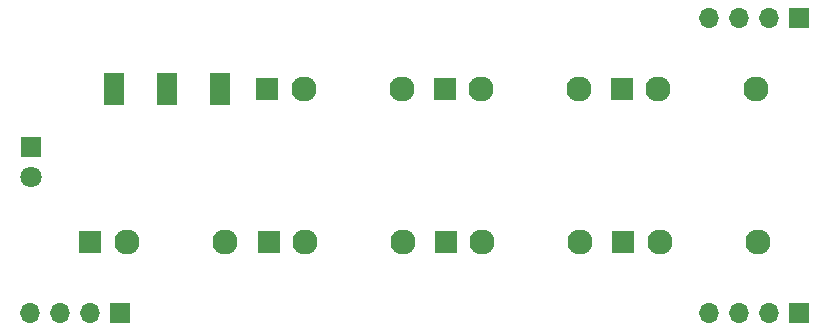
<source format=gbr>
G04 #@! TF.GenerationSoftware,KiCad,Pcbnew,(5.1.4)-1*
G04 #@! TF.CreationDate,2020-09-19T19:50:50+08:00*
G04 #@! TF.ProjectId,Rev2_Panel1,52657632-5f50-4616-9e65-6c312e6b6963,rev?*
G04 #@! TF.SameCoordinates,Original*
G04 #@! TF.FileFunction,Soldermask,Bot*
G04 #@! TF.FilePolarity,Negative*
%FSLAX46Y46*%
G04 Gerber Fmt 4.6, Leading zero omitted, Abs format (unit mm)*
G04 Created by KiCad (PCBNEW (5.1.4)-1) date 2020-09-19 19:50:50*
%MOMM*%
%LPD*%
G04 APERTURE LIST*
%ADD10C,2.130000*%
%ADD11R,1.830000X1.930000*%
%ADD12O,1.700000X1.700000*%
%ADD13R,1.700000X1.700000*%
%ADD14R,1.800000X2.800000*%
%ADD15C,1.800000*%
%ADD16R,1.800000X1.800000*%
G04 APERTURE END LIST*
D10*
X171000000Y-89500000D03*
D11*
X159600000Y-89500000D03*
D10*
X162700000Y-89500000D03*
X185900000Y-76500000D03*
D11*
X174500000Y-76500000D03*
D10*
X177600000Y-76500000D03*
X156000000Y-89500000D03*
D11*
X144600000Y-89500000D03*
D10*
X147700000Y-89500000D03*
D12*
X181880000Y-70500000D03*
X184420000Y-70500000D03*
X186960000Y-70500000D03*
D13*
X189500000Y-70500000D03*
D14*
X131500000Y-76500000D03*
X136000000Y-76500000D03*
X140500000Y-76500000D03*
D10*
X170900000Y-76500000D03*
D11*
X159500000Y-76500000D03*
D10*
X162600000Y-76500000D03*
X155900000Y-76500000D03*
D11*
X144500000Y-76500000D03*
D10*
X147600000Y-76500000D03*
D12*
X124380000Y-95500000D03*
X126920000Y-95500000D03*
X129460000Y-95500000D03*
D13*
X132000000Y-95500000D03*
D12*
X181880000Y-95500000D03*
X184420000Y-95500000D03*
X186960000Y-95500000D03*
D13*
X189500000Y-95500000D03*
D10*
X140900000Y-89500000D03*
D11*
X129500000Y-89500000D03*
D10*
X132600000Y-89500000D03*
D15*
X124500000Y-84000000D03*
D16*
X124500000Y-81460000D03*
D10*
X186000000Y-89500000D03*
D11*
X174600000Y-89500000D03*
D10*
X177700000Y-89500000D03*
M02*

</source>
